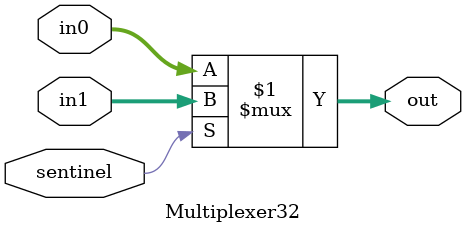
<source format=v>
`timescale 1ns / 1ps

module Multiplexer32(
	input sentinel,
	input [31:0] in0,
	input [31:0] in1,
	output [31:0] out
	);
	
	assign out = sentinel ? in1 : in0;

endmodule

</source>
